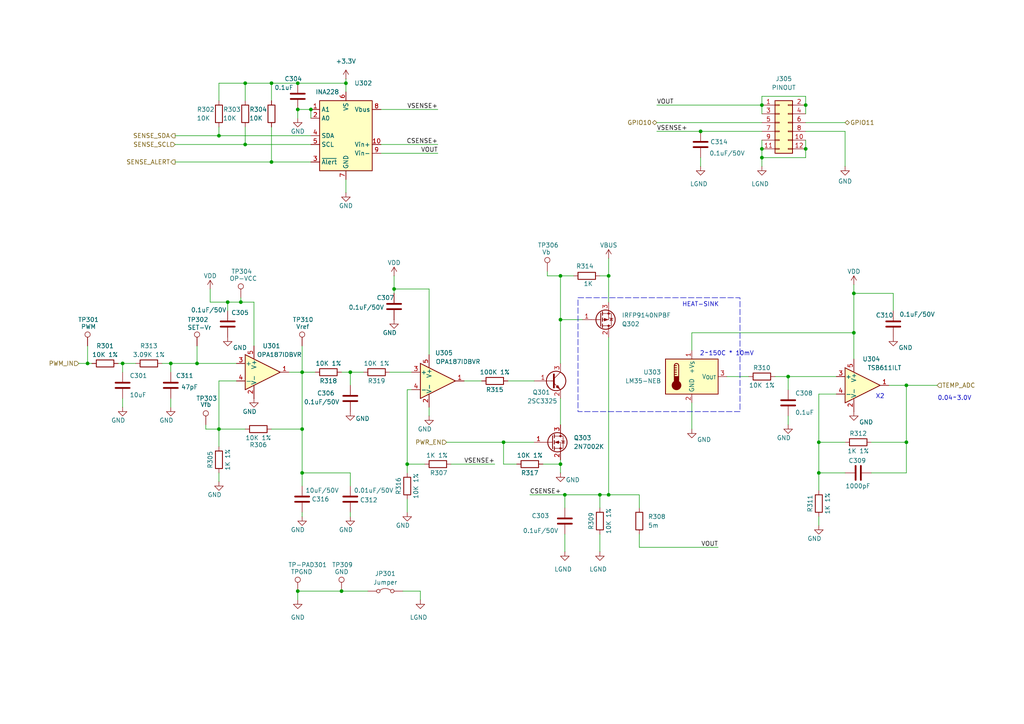
<source format=kicad_sch>
(kicad_sch (version 20250114) (generator "eeschema") (generator_version "9.0")
  (paper "A4")
  (title_block (title "DC POWER STATION 2") (date "2025-03-31") (rev "Rev1") (company "HNZ") (comment 1 "Licensed under CC-BY-SA V4.0") (comment 2 "(C) 2025 Hiroshi Nakajima <hnakamiru1103@gmail.com>"))
  (lib_symbols
    (symbol "Connector:TestPoint" (pin_numbers (hide yes)) (pin_names (offset 0.762) (hide yes))
      (property "Reference" "TP" (at 0 6.858 0))
      (property "Value" "TestPoint" (at 0 5.08 0))
      (symbol "TestPoint_1_1"
        (pin passive line (at 0 0 90) (length 2.54) (name "1") (number "1"))
      )
    )
    (symbol "Connector_Generic:Conn_02x06_Odd_Even" (pin_names (offset 1.016) (hide yes))
      (property "Reference" "J" (at 1.27 7.62 0))
      (property "Value" "Conn_02x06_Odd_Even" (at 1.27 -10.16 0))
      (symbol "Conn_02x06_Odd_Even_1_1"
        (pin passive line (at -5.08 5.08 0) (length 3.81) (name "Pin_1") (number "1"))
        (pin passive line (at -5.08 2.54 0) (length 3.81) (name "Pin_3") (number "3"))
        (pin passive line (at -5.08 0 0) (length 3.81) (name "Pin_5") (number "5"))
        (pin passive line (at -5.08 -2.54 0) (length 3.81) (name "Pin_7") (number "7"))
        (pin passive line (at -5.08 -5.08 0) (length 3.81) (name "Pin_9") (number "9"))
        (pin passive line (at -5.08 -7.62 0) (length 3.81) (name "Pin_11") (number "11"))
        (pin passive line (at 7.62 5.08 180) (length 3.81) (name "Pin_2") (number "2"))
        (pin passive line (at 7.62 2.54 180) (length 3.81) (name "Pin_4") (number "4"))
        (pin passive line (at 7.62 0 180) (length 3.81) (name "Pin_6") (number "6"))
        (pin passive line (at 7.62 -2.54 180) (length 3.81) (name "Pin_8") (number "8"))
        (pin passive line (at 7.62 -5.08 180) (length 3.81) (name "Pin_10") (number "10"))
        (pin passive line (at 7.62 -7.62 180) (length 3.81) (name "Pin_12") (number "12"))
      )
    )
    (symbol "Device:C" (pin_numbers (hide yes)) (pin_names (offset 0.254))
      (property "Reference" "C" (at 0.635 2.54 0))
      (property "Value" "C" (at 0.635 -2.54 0))
      (symbol "C_1_1"
        (pin passive line (at 0 3.81 270) (length 2.794) (name "~") (number "1"))
        (pin passive line (at 0 -3.81 90) (length 2.794) (name "~") (number "2"))
      )
    )
    (symbol "Device:R" (pin_numbers (hide yes)) (pin_names (offset 0))
      (property "Reference" "R" (at 2.032 0 90))
      (property "Value" "R" (at 0 0 90))
      (symbol "R_1_1"
        (pin passive line (at 0 3.81 270) (length 1.27) (name "~") (number "1"))
        (pin passive line (at 0 -3.81 90) (length 1.27) (name "~") (number "2"))
      )
    )
    (symbol "Jumper:Jumper_2_Bridged" (pin_numbers (hide yes)) (pin_names (offset 0) (hide yes)) (exclude_from_sim yes)
      (property "Reference" "JP" (at 0 1.905 0))
      (property "Value" "Jumper_2_Bridged" (at 0 -2.54 0))
      (symbol "Jumper_2_Bridged_1_1"
        (pin passive line (at -5.08 0 0) (length 2.54) (name "A") (number "1"))
        (pin passive line (at 5.08 0 180) (length 2.54) (name "B") (number "2"))
      )
    )
    (symbol "Sensor_Temperature:LM35-NEB"
      (property "Reference" "U" (at -6.35 6.35 0))
      (property "Value" "LM35-NEB" (at 1.27 6.35 0))
      (symbol "LM35-NEB_1_1"
        (pin power_in line (at 0 7.62 270) (length 2.54) (name "+V_{S}") (number "1"))
        (pin power_in line (at 0 -7.62 90) (length 2.54) (name "GND") (number "2"))
        (pin output line (at 10.16 0 180) (length 2.54) (name "V_{OUT}") (number "3"))
      )
    )
    (symbol "power:+3.3V" (power) (pin_numbers (hide yes)) (pin_names (offset 0) (hide yes))
      (property "Value" "+3.3V" (at 0 3.556 0))
      (symbol "+3.3V_1_1"
        (pin power_in line (at 0 0 90) (length 0) (name "~") (number "1"))
      )
    )
    (symbol "power:+5V" (power) (pin_numbers (hide yes)) (pin_names (offset 0) (hide yes))
      (property "Value" "+5V" (at 0 3.556 0))
      (symbol "+5V_1_1"
        (pin power_in line (at 0 0 90) (length 0) (name "~") (number "1"))
      )
    )
    (symbol "power:GND" (power) (pin_numbers (hide yes)) (pin_names (offset 0) (hide yes))
      (property "Value" "GND" (at 0 -3.81 0))
      (symbol "GND_1_1"
        (pin power_in line (at 0 0 270) (length 0) (name "~") (number "1"))
      )
    )
    (symbol "power:GNDA" (power) (pin_numbers (hide yes)) (pin_names (offset 0) (hide yes))
      (property "Value" "GNDA" (at 0 -3.81 0))
      (symbol "GNDA_1_1"
        (pin power_in line (at 0 0 270) (length 0) (name "~") (number "1"))
      )
    )
    (symbol "tbctl:10K" (pin_numbers (hide yes)) (pin_names (offset 0))
      (property "Reference" "R" (at 2.032 0 90))
      (property "Value" "10K" (at 0 0 90))
      (symbol "10K_1_1"
        (pin passive line (at 0 3.81 270) (length 1.27) (name "~") (number "1"))
        (pin passive line (at 0 -3.81 90) (length 1.27) (name "~") (number "2"))
      )
    )
    (symbol "tbctl:10m" (pin_numbers (hide yes)) (pin_names (offset 0))
      (property "Reference" "R" (at 2.032 0 90))
      (property "Value" "10m" (at 0 0 90))
      (symbol "10m_1_1"
        (pin passive line (at 0 3.81 270) (length 1.27) (name "~") (number "1"))
        (pin passive line (at 0 -3.81 90) (length 1.27) (name "~") (number "2"))
      )
    )
    (symbol "tbctl:2N7002K" (pin_names (hide yes))
      (property "Reference" "Q" (at 5.08 1.905 0))
      (property "Value" "2N7002K" (at 5.08 0 0))
      (symbol "2N7002K_1_1"
        (pin input line (at -5.08 0 0) (length 2.54) (name "G") (number "1"))
        (pin passive line (at 2.54 5.08 270) (length 2.54) (name "D") (number "3"))
        (pin passive line (at 2.54 -5.08 90) (length 2.54) (name "S") (number "2"))
      )
    )
    (symbol "tbctl:2SC3325" (pin_names (offset 0) (hide yes))
      (property "Reference" "Q" (at 5.08 1.905 0))
      (property "Value" "2SC3325" (at 5.08 0 0))
      (symbol "2SC3325_1_1"
        (pin input line (at -5.08 0 0) (length 5.08) (name "B") (number "1"))
        (pin passive line (at 2.54 5.08 270) (length 2.54) (name "C") (number "3"))
        (pin passive line (at 2.54 -5.08 90) (length 2.54) (name "E") (number "2"))
      )
    )
    (symbol "tbctl:INA228"
      (property "Reference" "U" (at -6.35 11.43 0))
      (property "Value" "INA228" (at 3.81 11.43 0))
      (symbol "INA228_1_1"
        (pin input line (at -10.16 7.62 0) (length 2.54) (name "Vbus") (number "8"))
        (pin input line (at -10.16 -2.54 0) (length 2.54) (name "Vin+") (number "10"))
        (pin input line (at -10.16 -5.08 0) (length 2.54) (name "Vin-") (number "9"))
        (pin power_in line (at 0 12.7 270) (length 2.54) (name "VS") (number "6"))
        (pin power_in line (at 0 -12.7 90) (length 2.54) (name "GND") (number "7"))
        (pin input line (at 10.16 7.62 180) (length 2.54) (name "A1") (number "1"))
        (pin input line (at 10.16 5.08 180) (length 2.54) (name "A0") (number "2"))
        (pin bidirectional line (at 10.16 0 180) (length 2.54) (name "SDA") (number "4"))
        (pin input line (at 10.16 -2.54 180) (length 2.54) (name "SCL") (number "5"))
        (pin open_collector line (at 10.16 -7.62 180) (length 2.54) (name "~{Alert}") (number "3"))
      )
    )
    (symbol "tbctl:IRFP94140NPBF" (pin_names (hide yes))
      (property "Reference" "Q" (at 5.08 1.905 0))
      (property "Value" "IRFP94140NPBF" (at 5.08 0 0))
      (symbol "IRFP94140NPBF_1_1"
        (pin input line (at -5.08 0 0) (length 2.54) (name "G") (number "1"))
        (pin passive line (at 2.54 5.08 270) (length 2.54) (name "D") (number "2"))
        (pin passive line (at 2.54 -5.08 90) (length 2.54) (name "S") (number "3"))
      )
    )
    (symbol "tbctl:MCP6001x-LT" (pin_names (offset 0.127))
      (property "Reference" "U" (at -1.27 6.35 0))
      (property "Value" "MCP6001x-LT" (at -1.27 3.81 0))
      (symbol "MCP6001x-LT_0_1"
        (pin power_in line (at -2.54 7.62 270) (length 3.81) (name "V+") (number "5"))
        (pin power_in line (at -2.54 -7.62 90) (length 3.81) (name "V-") (number "2"))
      )
      (symbol "MCP6001x-LT_1_1"
        (pin input line (at -7.62 2.54 0) (length 2.54) (name "+") (number "3"))
        (pin input line (at -7.62 -2.54 0) (length 2.54) (name "-") (number "4"))
        (pin output line (at 7.62 0 180) (length 2.54) (name "~") (number "1"))
      )
    )
    (symbol "tbctl:TSB611" (pin_names (offset 0.127))
      (property "Reference" "U" (at -1.27 6.35 0))
      (property "Value" "TSB611" (at -1.27 3.81 0))
      (symbol "TSB611_0_1"
        (pin power_in line (at -2.54 7.62 270) (length 3.81) (name "V+") (number "5"))
        (pin power_in line (at -2.54 -7.62 90) (length 3.81) (name "V-") (number "2"))
      )
      (symbol "TSB611_1_1"
        (pin input line (at -7.62 2.54 0) (length 2.54) (name "+") (number "3"))
        (pin input line (at -7.62 -2.54 0) (length 2.54) (name "-") (number "4"))
        (pin output line (at 7.62 0 180) (length 2.54) (name "~") (number "1"))
      )
    )
  )
  (rectangle (start 167.64 86.36) (end 214.63 119.38) (stroke (width 0) (type dash)))
  (text "HEAT-SINK" (at 203.2 88.392 0) (effects (font (size 1.27 1.27))))
  (text "X2" (at 255.27 115.062 0) (effects (font (size 1.27 1.27))))
  (text "2～150C * 10mV" (at 210.82 102.616 0) (effects (font (size 1.27 1.27))))
  (text "0.04～3.0V" (at 276.86 115.57 0) (effects (font (size 1.27 1.27))))
  (junction (at 35.56 105.41))
  (junction (at 162.56 134.62))
  (junction (at 100.33 24.13))
  (junction (at 78.74 24.13))
  (junction (at 247.65 96.52))
  (junction (at 71.12 24.13))
  (junction (at 78.74 46.99))
  (junction (at 162.56 80.01))
  (junction (at 118.11 134.62))
  (junction (at 90.17 31.75))
  (junction (at 99.06 171.45))
  (junction (at 146.05 128.27))
  (junction (at 233.68 30.48))
  (junction (at 87.63 137.16))
  (junction (at 262.89 111.76))
  (junction (at 57.15 105.41))
  (junction (at 63.5 124.46))
  (junction (at 63.5 39.37))
  (junction (at 86.36 31.75))
  (junction (at 233.68 43.18))
  (junction (at 173.99 143.51))
  (junction (at 114.3 83.82))
  (junction (at 86.36 24.13))
  (junction (at 203.2 38.1))
  (junction (at 163.83 143.51))
  (junction (at 25.4 105.41))
  (junction (at 237.49 137.16))
  (junction (at 87.63 124.46))
  (junction (at 49.53 105.41))
  (junction (at 228.6 109.22))
  (junction (at 162.56 92.71))
  (junction (at 69.85 87.63))
  (junction (at 87.63 107.95))
  (junction (at 262.89 128.27))
  (junction (at 220.98 43.18))
  (junction (at 66.04 87.63))
  (junction (at 71.12 41.91))
  (junction (at 86.36 171.45))
  (junction (at 247.65 85.09))
  (junction (at 237.49 128.27))
  (junction (at 220.98 45.72))
  (junction (at 220.98 30.48))
  (junction (at 176.53 143.51))
  (junction (at 101.6 107.95))
  (junction (at 176.53 80.01))
  (wire (pts (xy 220.98 45.72) (xy 233.68 45.72)))
  (wire (pts (xy 158.75 78.74) (xy 158.75 80.01)))
  (wire (pts (xy 162.56 80.01) (xy 162.56 92.71)))
  (wire (pts (xy 262.89 111.76) (xy 257.81 111.76)))
  (wire (pts (xy 158.75 80.01) (xy 162.56 80.01)))
  (wire (pts (xy 86.36 171.45) (xy 86.36 173.99)))
  (wire (pts (xy 59.69 124.46) (xy 59.69 123.19)))
  (wire (pts (xy 262.89 111.76) (xy 271.78 111.76)))
  (wire (pts (xy 203.2 38.1) (xy 220.98 38.1)))
  (wire (pts (xy 101.6 149.86) (xy 101.6 148.59)))
  (wire (pts (xy 247.65 85.09) (xy 247.65 96.52)))
  (wire (pts (xy 162.56 92.71) (xy 168.91 92.71)))
  (wire (pts (xy 110.49 44.45) (xy 127 44.45)))
  (wire (pts (xy 83.82 107.95) (xy 87.63 107.95)))
  (wire (pts (xy 63.5 110.49) (xy 63.5 124.46)))
  (wire (pts (xy 57.15 105.41) (xy 68.58 105.41)))
  (wire (pts (xy 134.62 110.49) (xy 139.7 110.49)))
  (wire (pts (xy 124.46 83.82) (xy 124.46 102.87)))
  (wire (pts (xy 90.17 46.99) (xy 78.74 46.99)))
  (wire (pts (xy 220.98 40.64) (xy 220.98 43.18)))
  (wire (pts (xy 73.66 87.63) (xy 73.66 100.33)))
  (wire (pts (xy 69.85 87.63) (xy 66.04 87.63)))
  (wire (pts (xy 228.6 120.65) (xy 228.6 123.19)))
  (wire (pts (xy 149.86 134.62) (xy 146.05 134.62)))
  (wire (pts (xy 87.63 100.33) (xy 87.63 107.95)))
  (wire (pts (xy 118.11 137.16) (xy 118.11 134.62)))
  (wire (pts (xy 100.33 24.13) (xy 86.36 24.13)))
  (wire (pts (xy 176.53 143.51) (xy 185.42 143.51)))
  (wire (pts (xy 34.29 105.41) (xy 35.56 105.41)))
  (wire (pts (xy 173.99 154.94) (xy 173.99 160.02)))
  (wire (pts (xy 114.3 85.09) (xy 114.3 83.82)))
  (wire (pts (xy 114.3 83.82) (xy 124.46 83.82)))
  (wire (pts (xy 22.86 105.41) (xy 25.4 105.41)))
  (wire (pts (xy 90.17 31.75) (xy 90.17 34.29)))
  (wire (pts (xy 220.98 48.26) (xy 220.98 45.72)))
  (wire (pts (xy 262.89 128.27) (xy 262.89 137.16)))
  (wire (pts (xy 190.5 38.1) (xy 203.2 38.1)))
  (wire (pts (xy 59.69 124.46) (xy 63.5 124.46)))
  (wire (pts (xy 118.11 113.03) (xy 119.38 113.03)))
  (wire (pts (xy 78.74 36.83) (xy 78.74 46.99)))
  (wire (pts (xy 162.56 80.01) (xy 166.37 80.01)))
  (wire (pts (xy 60.96 83.82) (xy 60.96 87.63)))
  (wire (pts (xy 124.46 118.11) (xy 124.46 120.65)))
  (wire (pts (xy 163.83 160.02) (xy 163.83 154.94)))
  (wire (pts (xy 262.89 128.27) (xy 262.89 111.76)))
  (wire (pts (xy 176.53 80.01) (xy 176.53 87.63)))
  (wire (pts (xy 129.54 128.27) (xy 146.05 128.27)))
  (wire (pts (xy 210.82 109.22) (xy 217.17 109.22)))
  (wire (pts (xy 71.12 36.83) (xy 71.12 41.91)))
  (wire (pts (xy 113.03 107.95) (xy 119.38 107.95)))
  (wire (pts (xy 46.99 105.41) (xy 49.53 105.41)))
  (wire (pts (xy 63.5 110.49) (xy 68.58 110.49)))
  (wire (pts (xy 63.5 124.46) (xy 63.5 129.54)))
  (wire (pts (xy 237.49 137.16) (xy 237.49 142.24)))
  (wire (pts (xy 173.99 80.01) (xy 176.53 80.01)))
  (wire (pts (xy 100.33 52.07) (xy 100.33 55.88)))
  (wire (pts (xy 116.84 171.45) (xy 121.92 171.45)))
  (wire (pts (xy 110.49 41.91) (xy 127 41.91)))
  (wire (pts (xy 252.73 128.27) (xy 262.89 128.27)))
  (wire (pts (xy 252.73 137.16) (xy 262.89 137.16)))
  (wire (pts (xy 99.06 171.45) (xy 106.68 171.45)))
  (wire (pts (xy 162.56 115.57) (xy 162.56 123.19)))
  (wire (pts (xy 118.11 134.62) (xy 123.19 134.62)))
  (wire (pts (xy 35.56 105.41) (xy 39.37 105.41)))
  (wire (pts (xy 25.4 100.33) (xy 25.4 105.41)))
  (wire (pts (xy 233.68 43.18) (xy 233.68 45.72)))
  (wire (pts (xy 71.12 41.91) (xy 50.8 41.91)))
  (wire (pts (xy 49.53 105.41) (xy 57.15 105.41)))
  (wire (pts (xy 203.2 48.26) (xy 203.2 45.72)))
  (wire (pts (xy 247.65 96.52) (xy 247.65 104.14)))
  (wire (pts (xy 86.36 171.45) (xy 99.06 171.45)))
  (wire (pts (xy 237.49 128.27) (xy 245.11 128.27)))
  (wire (pts (xy 87.63 124.46) (xy 87.63 107.95)))
  (wire (pts (xy 71.12 24.13) (xy 63.5 24.13)))
  (wire (pts (xy 228.6 109.22) (xy 242.57 109.22)))
  (wire (pts (xy 185.42 143.51) (xy 185.42 147.32)))
  (wire (pts (xy 69.85 87.63) (xy 69.85 86.36)))
  (wire (pts (xy 237.49 137.16) (xy 245.11 137.16)))
  (wire (pts (xy 247.65 82.55) (xy 247.65 85.09)))
  (wire (pts (xy 49.53 115.57) (xy 49.53 118.11)))
  (wire (pts (xy 101.6 140.97) (xy 101.6 137.16)))
  (wire (pts (xy 233.68 30.48) (xy 233.68 33.02)))
  (wire (pts (xy 176.53 143.51) (xy 173.99 143.51)))
  (wire (pts (xy 147.32 110.49) (xy 154.94 110.49)))
  (wire (pts (xy 220.98 43.18) (xy 220.98 45.72)))
  (wire (pts (xy 200.66 101.6) (xy 200.66 96.52)))
  (wire (pts (xy 176.53 74.93) (xy 176.53 80.01)))
  (wire (pts (xy 233.68 30.48) (xy 233.68 27.94)))
  (wire (pts (xy 114.3 80.01) (xy 114.3 83.82)))
  (wire (pts (xy 49.53 105.41) (xy 49.53 107.95)))
  (wire (pts (xy 100.33 24.13) (xy 100.33 26.67)))
  (wire (pts (xy 63.5 124.46) (xy 71.12 124.46)))
  (wire (pts (xy 153.67 143.51) (xy 163.83 143.51)))
  (wire (pts (xy 110.49 31.75) (xy 127 31.75)))
  (wire (pts (xy 78.74 24.13) (xy 71.12 24.13)))
  (wire (pts (xy 224.79 109.22) (xy 228.6 109.22)))
  (wire (pts (xy 63.5 36.83) (xy 63.5 39.37)))
  (wire (pts (xy 90.17 31.75) (xy 86.36 31.75)))
  (wire (pts (xy 190.5 30.48) (xy 220.98 30.48)))
  (wire (pts (xy 146.05 128.27) (xy 154.94 128.27)))
  (wire (pts (xy 233.68 27.94) (xy 220.98 27.94)))
  (wire (pts (xy 176.53 97.79) (xy 176.53 143.51)))
  (wire (pts (xy 73.66 87.63) (xy 69.85 87.63)))
  (wire (pts (xy 157.48 134.62) (xy 162.56 134.62)))
  (wire (pts (xy 87.63 124.46) (xy 87.63 137.16)))
  (wire (pts (xy 63.5 39.37) (xy 50.8 39.37)))
  (wire (pts (xy 66.04 87.63) (xy 66.04 90.17)))
  (wire (pts (xy 247.65 85.09) (xy 259.08 85.09)))
  (wire (pts (xy 100.33 22.86) (xy 100.33 24.13)))
  (wire (pts (xy 90.17 41.91) (xy 71.12 41.91)))
  (wire (pts (xy 99.06 107.95) (xy 101.6 107.95)))
  (wire (pts (xy 78.74 124.46) (xy 87.63 124.46)))
  (wire (pts (xy 35.56 105.41) (xy 35.56 107.95)))
  (wire (pts (xy 146.05 134.62) (xy 146.05 128.27)))
  (wire (pts (xy 242.57 114.3) (xy 237.49 114.3)))
  (wire (pts (xy 237.49 114.3) (xy 237.49 128.27)))
  (wire (pts (xy 87.63 149.86) (xy 87.63 148.59)))
  (wire (pts (xy 63.5 137.16) (xy 63.5 139.7)))
  (wire (pts (xy 233.68 35.56) (xy 245.11 35.56)))
  (wire (pts (xy 71.12 29.21) (xy 71.12 24.13)))
  (wire (pts (xy 87.63 107.95) (xy 91.44 107.95)))
  (wire (pts (xy 78.74 24.13) (xy 78.74 29.21)))
  (wire (pts (xy 163.83 143.51) (xy 173.99 143.51)))
  (wire (pts (xy 87.63 137.16) (xy 101.6 137.16)))
  (wire (pts (xy 237.49 149.86) (xy 237.49 152.4)))
  (wire (pts (xy 118.11 113.03) (xy 118.11 134.62)))
  (wire (pts (xy 259.08 90.17) (xy 259.08 85.09)))
  (wire (pts (xy 245.11 48.26) (xy 245.11 38.1)))
  (wire (pts (xy 200.66 96.52) (xy 247.65 96.52)))
  (wire (pts (xy 86.36 31.75) (xy 86.36 34.29)))
  (wire (pts (xy 25.4 105.41) (xy 26.67 105.41)))
  (wire (pts (xy 162.56 134.62) (xy 162.56 137.16)))
  (wire (pts (xy 220.98 30.48) (xy 220.98 33.02)))
  (wire (pts (xy 60.96 87.63) (xy 66.04 87.63)))
  (wire (pts (xy 185.42 154.94) (xy 185.42 158.75)))
  (wire (pts (xy 237.49 128.27) (xy 237.49 137.16)))
  (wire (pts (xy 190.5 35.56) (xy 220.98 35.56)))
  (wire (pts (xy 245.11 38.1) (xy 233.68 38.1)))
  (wire (pts (xy 57.15 100.33) (xy 57.15 105.41)))
  (wire (pts (xy 130.81 134.62) (xy 143.51 134.62)))
  (wire (pts (xy 200.66 124.46) (xy 200.66 116.84)))
  (wire (pts (xy 220.98 27.94) (xy 220.98 30.48)))
  (wire (pts (xy 163.83 143.51) (xy 163.83 147.32)))
  (wire (pts (xy 233.68 40.64) (xy 233.68 43.18)))
  (wire (pts (xy 162.56 133.35) (xy 162.56 134.62)))
  (wire (pts (xy 90.17 39.37) (xy 63.5 39.37)))
  (wire (pts (xy 228.6 109.22) (xy 228.6 113.03)))
  (wire (pts (xy 63.5 29.21) (xy 63.5 24.13)))
  (wire (pts (xy 101.6 107.95) (xy 105.41 107.95)))
  (wire (pts (xy 78.74 46.99) (xy 50.8 46.99)))
  (wire (pts (xy 35.56 115.57) (xy 35.56 118.11)))
  (wire (pts (xy 87.63 140.97) (xy 87.63 137.16)))
  (wire (pts (xy 121.92 171.45) (xy 121.92 173.99)))
  (wire (pts (xy 101.6 107.95) (xy 101.6 111.76)))
  (wire (pts (xy 86.36 24.13) (xy 78.74 24.13)))
  (wire (pts (xy 173.99 147.32) (xy 173.99 143.51)))
  (wire (pts (xy 162.56 92.71) (xy 162.56 105.41)))
  (wire (pts (xy 118.11 148.59) (xy 118.11 144.78)))
  (wire (pts (xy 185.42 158.75) (xy 208.28 158.75)))
  (label "CSENSE+" (at 153.67 143.51 0))
  (label "CSENSE+" (at 127 41.91 180))
  (label "VOUT" (at 190.5 30.48 0))
  (label "VSENSE+" (at 143.51 134.62 180))
  (label "VOUT" (at 208.28 158.75 180))
  (label "VSENSE+" (at 190.5 38.1 0))
  (label "VSENSE+" (at 127 31.75 180))
  (label "VOUT" (at 127 44.45 180))
  (hierarchical_label "GPIO11" (shape bidirectional) (at 245.11 35.56 0))
  (hierarchical_label "PWM_IN" (shape input) (at 22.86 105.41 180))
  (hierarchical_label "GPIO10" (shape bidirectional) (at 190.5 35.56 180))
  (hierarchical_label "SENSE_SDA" (shape output) (at 50.8 39.37 180))
  (hierarchical_label "SENSE_SCL" (shape input) (at 50.8 41.91 180))
  (hierarchical_label "SENSE_ALERT" (shape output) (at 50.8 46.99 180))
  (hierarchical_label "PWR_EN" (shape input) (at 129.54 128.27 180))
  (hierarchical_label "TEMP_ADC" (shape input) (at 271.78 111.76 0))
  (symbol (lib_id "tbctl:10K") (at 63.5 133.35 180) (unit 1)
    (property "Reference" "R305" (at 60.96 133.35 90))
    (property "Value" "1K 1%" (at 66.04 133.35 90))
    (property "Footprint" "Resistor_SMD:R_0603_1608Metric" (effects (hide yes)))
    (property "Description" "Resistor_SMD:R_0805_2012Metric" (effects (hide yes)))
    (property "digikey" "YAG2323CT-ND" (effects (hide yes)))
    (property "distributor" "https://www.digikey.com/en/products/detail/yageo/RC0603FR-0720KL/727040" (effects (hide yes)))
  )
  (symbol (lib_id "Connector:TestPoint") (at 87.63 100.33 0) (unit 1)
    (property "Reference" "TP310" (at 84.836 92.71 0) (effects (justify left)))
    (property "Value" "Vref" (at 85.852 94.742 0) (effects (justify left)))
    (property "Footprint" "TestPoint:TestPoint_Pad_D1.0mm" (effects (hide yes)))
    (property "Description" "test point" (effects (hide yes)))
    (property "digikey" "-" (effects (hide yes)))
  )
  (symbol (lib_id "Connector:TestPoint") (at 99.06 171.45 0) (unit 1)
    (property "Reference" "TP309" (at 96.266 163.83 0) (effects (justify left)))
    (property "Value" "GND" (at 97.028 165.862 0) (effects (justify left)))
    (property "Footprint" "TestPoint:TestPoint_Pad_D1.0mm" (effects (hide yes)))
    (property "Description" "test point" (effects (hide yes)))
    (property "digikey" "-" (effects (hide yes)))
  )
  (symbol (lib_id "power:GND") (at 114.3 92.71 0) (unit 1)
    (property "Reference" "#PWR0322" (effects (hide yes)))
    (property "Value" "GND" (at 113.03 96.52 0))
    (property "Description" "Power symbol creates a global label with name \"GND\" , ground" (effects (hide yes)))
  )
  (symbol (lib_id "power:GND") (at 73.66 115.57 0) (unit 1)
    (property "Reference" "#PWR0307" (effects (hide yes)))
    (property "Value" "GND" (at 72.39 119.38 0))
    (property "Description" "Power symbol creates a global label with name \"GND\" , ground" (effects (hide yes)))
  )
  (symbol (lib_id "tbctl:10K") (at 43.18 105.41 270) (unit 1)
    (property "Reference" "R313" (at 43.18 100.33 90))
    (property "Value" "3.09K 1%" (at 43.18 102.87 90))
    (property "Footprint" "Resistor_SMD:R_0603_1608Metric" (effects (hide yes)))
    (property "Description" "Resistor_SMD:R_0805_2012Metric" (effects (hide yes)))
    (property "digikey" "311-3.09KHRCT-ND" (effects (hide yes)))
    (property "distributor" "https://www.digikey.com/en/products/detail/yageo/RC0603FR-073K09L/727123" (effects (hide yes)))
  )
  (symbol (lib_id "power:GND") (at 247.65 119.38 0) (unit 1)
    (property "Reference" "#PWR0318" (effects (hide yes)))
    (property "Value" "GND" (at 251.206 122.428 0))
    (property "Description" "Power symbol creates a global label with name \"GND\" , ground" (effects (hide yes)))
  )
  (symbol (lib_id "Connector_Generic:Conn_02x06_Odd_Even") (at 226.06 35.56 0) (unit 1)
    (property "Reference" "J305" (at 227.33 22.86 0))
    (property "Value" "PINOUT" (at 227.33 25.4 0))
    (property "Footprint" "Connector_PinHeader_2.54mm:PinHeader_2x06_P2.54mm_Vertical" (effects (hide yes)))
    (property "Description" "Generic connector, double row, 02x06, odd/even pin numbering scheme (row 1 odd numbers, row 2 even numbers), script generated (kicad-library-utils/schlib/autogen/connector/)" (effects (hide yes)))
    (property "distributor" "https://www.digikey.com/en/products/detail/sullins-connector-solutions/PPPC062LJBN-RC/776017" (effects (hide yes)))
    (property "digikey" "PPPC062LJBN-RC" (effects (hide yes)))
  )
  (symbol (lib_id "power:GND") (at 49.53 118.11 0) (unit 1)
    (property "Reference" "#PWR0323" (effects (hide yes)))
    (property "Value" "GND" (at 48.26 121.92 0))
    (property "Description" "Power symbol creates a global label with name \"GND\" , ground" (effects (hide yes)))
  )
  (symbol (lib_id "tbctl:10K") (at 220.98 109.22 90) (unit 1)
    (property "Reference" "R310" (at 220.98 106.68 90))
    (property "Value" "10K 1%" (at 220.98 111.76 90))
    (property "Footprint" "Resistor_SMD:R_0603_1608Metric" (effects (hide yes)))
    (property "Description" "Resistor_SMD:R_0805_2012Metric" (effects (hide yes)))
    (property "digikey" "311-10.0KHRCT-ND" (effects (hide yes)))
    (property "distributor" "https://www.digikey.jp/en/products/detail/yageo/RC0603FR-0710KL/726880" (effects (hide yes)))
  )
  (symbol (lib_id "Connector:TestPoint") (at 59.69 123.19 0) (unit 1)
    (property "Reference" "TP303" (at 56.896 115.57 0) (effects (justify left)))
    (property "Value" "Vfb" (at 59.69 117.348 0))
    (property "Footprint" "TestPoint:TestPoint_Pad_D1.0mm" (effects (hide yes)))
    (property "Description" "test point" (effects (hide yes)))
    (property "digikey" "-" (effects (hide yes)))
  )
  (symbol (lib_id "power:GNDA") (at 163.83 160.02 0) (unit 1)
    (property "Reference" "#PWR0314" (effects (hide yes)))
    (property "Value" "LGND" (at 163.322 165.1 0))
    (property "Description" "Power symbol creates a global label with name \"GNDA\" , analog ground" (effects (hide yes)))
  )
  (symbol (lib_id "tbctl:2N7002K") (at 160.02 128.27 0) (unit 1)
    (property "Reference" "Q303" (at 166.37 126.9999 0) (effects (justify left)))
    (property "Value" "2N7002K" (at 166.37 129.5399 0) (effects (justify left)))
    (property "Footprint" "Package_TO_SOT_SMD:SOT-23" (effects (hide yes)))
    (property "Datasheet" "https://www.diodes.com/assets/Datasheets/ds30896.pdf" (effects (hide yes)))
    (property "Description" "0.38A Id, 60V Vds, N-Channel MOSFET, SOT-23" (effects (hide yes)))
    (property "digikey" "2N7002KCT-ND" (effects (hide yes)))
  )
  (symbol (lib_id "power:GND") (at 101.6 149.86 0) (unit 1)
    (property "Reference" "#PWR0327" (effects (hide yes)))
    (property "Value" "GND" (at 100.33 153.67 0))
    (property "Description" "Power symbol creates a global label with name \"GND\" , ground" (effects (hide yes)))
  )
  (symbol (lib_id "Device:C") (at 248.92 137.16 90) (unit 1)
    (property "Reference" "C309" (at 251.206 133.604 90) (effects (justify left)))
    (property "Value" "1000pF" (at 252.476 140.97 90) (effects (justify left)))
    (property "Footprint" "Capacitor_SMD:C_0603_1608Metric" (effects (hide yes)))
    (property "Description" "Unpolarized capacitor" (effects (hide yes)))
    (property "digikey" "311-1080-1-ND" (effects (hide yes)))
    (property "distributor" "https://www.digikey.com/en/products/detail/yageo/CC0603KRX7R9BB102/302814" (effects (hide yes)))
  )
  (symbol (lib_id "Connector:TestPoint") (at 25.4 100.33 0) (unit 1)
    (property "Reference" "TP301" (at 22.606 92.71 0) (effects (justify left)))
    (property "Value" "PWM" (at 25.654 94.742 0))
    (property "Footprint" "TestPoint:TestPoint_Pad_D1.0mm" (effects (hide yes)))
    (property "Description" "test point" (effects (hide yes)))
    (property "digikey" "-" (effects (hide yes)))
  )
  (symbol (lib_id "power:GND") (at 35.56 118.11 0) (unit 1)
    (property "Reference" "#PWR0301" (effects (hide yes)))
    (property "Value" "GND" (at 34.29 121.92 0))
    (property "Description" "Power symbol creates a global label with name \"GND\" , ground" (effects (hide yes)))
  )
  (symbol (lib_id "tbctl:10K") (at 74.93 124.46 90) (unit 1)
    (property "Reference" "R306" (at 74.93 129.032 90))
    (property "Value" "10K 1%" (at 74.93 127 90))
    (property "Footprint" "Resistor_SMD:R_0603_1608Metric" (effects (hide yes)))
    (property "Description" "Resistor_SMD:R_0805_2012Metric" (effects (hide yes)))
    (property "digikey" "311-10.0KHRCT-ND" (effects (hide yes)))
    (property "distributor" "https://www.digikey.com/en/products/detail/yageo/RC0603FR-07200KL/727044" (effects (hide yes)))
  )
  (symbol (lib_id "tbctl:10K") (at 248.92 128.27 90) (unit 1)
    (property "Reference" "R312" (at 248.92 125.73 90))
    (property "Value" "1K 1%" (at 248.92 130.81 90))
    (property "Footprint" "Resistor_SMD:R_0603_1608Metric" (effects (hide yes)))
    (property "Description" "Resistor_SMD:R_0805_2012Metric" (effects (hide yes)))
    (property "digikey" "YAG2323CT-ND" (effects (hide yes)))
    (property "distributor" "https://www.digikey.jp/en/products/detail/yageo/RC0603FR-071KL/726843" (effects (hide yes)))
  )
  (symbol (lib_id "tbctl:10m") (at 185.42 151.13 0) (mirror y) (unit 1)
    (property "Reference" "R308" (at 187.96 149.8599 0) (effects (justify right)))
    (property "Value" "5m" (at 187.96 152.3999 0) (effects (justify right)))
    (property "Footprint" "Resistor_SMD:R_2512_6332Metric_Pad1.40x3.35mm_HandSolder" (effects (hide yes)))
    (property "Description" "Resistor 10mOhm" (effects (hide yes)))
    (property "distributor" "https://www.digikey.com/en/products/detail/resi/PEWF2512D5L00Q9/24372530" (effects (hide yes)))
    (property "digikey" "4506-PEWF2512D5L00Q9CT-ND " (effects (hide yes)))
  )
  (symbol (lib_id "Device:C") (at 259.08 93.98 0) (unit 1)
    (property "Reference" "C310" (at 254 91.44 0) (effects (justify left)))
    (property "Value" "0.1uF/50V" (at 260.858 91.186 0) (effects (justify left)))
    (property "Footprint" "Capacitor_SMD:C_0603_1608Metric" (effects (hide yes)))
    (property "Description" "Unpolarized capacitor" (effects (hide yes)))
    (property "digikey" "311-1343-1-ND" (effects (hide yes)))
    (property "distributor" "https://www.digikey.com/en/products/detail/yageo/CC0603ZRY5V9BB104/2103081" (effects (hide yes)))
  )
  (symbol (lib_id "power:GND") (at 124.46 120.65 0) (unit 1)
    (property "Reference" "#PWR0317" (effects (hide yes)))
    (property "Value" "GND" (at 123.19 124.46 0))
    (property "Description" "Power symbol creates a global label with name \"GND\" , ground" (effects (hide yes)))
  )
  (symbol (lib_id "power:+5V") (at 60.96 83.82 0) (unit 1)
    (property "Reference" "#PWR0321" (effects (hide yes)))
    (property "Value" "VDD" (at 60.96 80.01 0))
    (property "Description" "Power symbol creates a global label with name \"+5V\"" (effects (hide yes)))
  )
  (symbol (lib_id "power:GND") (at 162.56 137.16 0) (unit 1)
    (property "Reference" "#PWR0330" (effects (hide yes)))
    (property "Value" "GND" (at 166.116 139.192 0))
    (property "Description" "Power symbol creates a global label with name \"GND\" , ground" (effects (hide yes)))
  )
  (symbol (lib_id "power:GND") (at 87.63 149.86 0) (unit 1)
    (property "Reference" "#PWR0328" (effects (hide yes)))
    (property "Value" "GND" (at 86.36 153.67 0))
    (property "Description" "Power symbol creates a global label with name \"GND\" , ground" (effects (hide yes)))
  )
  (symbol (lib_id "power:GND") (at 237.49 152.4 0) (unit 1)
    (property "Reference" "#PWR0316" (effects (hide yes)))
    (property "Value" "GND" (at 236.22 156.21 0))
    (property "Description" "Power symbol creates a global label with name \"GND\" , ground" (effects (hide yes)))
  )
  (symbol (lib_id "power:GNDA") (at 220.98 48.26 0) (unit 1)
    (property "Reference" "#PWR0329" (effects (hide yes)))
    (property "Value" "LGND" (at 220.472 53.34 0))
    (property "Description" "Power symbol creates a global label with name \"GNDA\" , analog ground" (effects (hide yes)))
  )
  (symbol (lib_id "Connector:TestPoint") (at 69.85 86.36 0) (unit 1)
    (property "Reference" "TP304" (at 67.056 78.74 0) (effects (justify left)))
    (property "Value" "OP-VCC" (at 66.548 80.772 0) (effects (justify left)))
    (property "Footprint" "TestPoint:TestPoint_Pad_D1.0mm" (effects (hide yes)))
    (property "Description" "test point" (effects (hide yes)))
    (property "digikey" "-" (effects (hide yes)))
  )
  (symbol (lib_id "Device:C") (at 101.6 144.78 0) (unit 1)
    (property "Reference" "C312" (at 104.394 145.034 0) (effects (justify left)))
    (property "Value" "0.01uF/50V" (at 102.616 142.24 0) (effects (justify left)))
    (property "Footprint" "Capacitor_SMD:C_0603_1608Metric" (effects (hide yes)))
    (property "Description" "Unpolarized capacitor" (effects (hide yes)))
    (property "digikey" "311-1085-1-ND" (effects (hide yes)))
    (property "distributor" "https://www.digikey.com/en/products/detail/yageo/CC0603ZRY5V9BB104/2103081" (effects (hide yes)))
  )
  (symbol (lib_id "Device:R") (at 63.5 33.02 0) (mirror y) (unit 1)
    (property "Reference" "R302" (at 62.23 31.75 0) (effects (justify left)))
    (property "Value" "10K" (at 60.96 34.29 0) (effects (justify left)))
    (property "Footprint" "Resistor_SMD:R_0603_1608Metric" (effects (hide yes)))
    (property "Description" "Resistor" (effects (hide yes)))
    (property "distributor" "https://www.digikey.com/en/products/detail/yageo/RC0603JR-1010KL/13694233" (effects (hide yes)))
    (property "digikey" "13-RC0603JR-1010KLCT-ND" (effects (hide yes)))
  )
  (symbol (lib_id "power:GND") (at 63.5 139.7 0) (unit 1)
    (property "Reference" "#PWR0305" (effects (hide yes)))
    (property "Value" "GND" (at 62.23 143.51 0))
    (property "Description" "Power symbol creates a global label with name \"GND\" , ground" (effects (hide yes)))
  )
  (symbol (lib_id "tbctl:INA228") (at 100.33 39.37 0) (mirror y) (unit 1)
    (property "Reference" "U302" (at 107.95 24.13 0) (effects (justify left)))
    (property "Value" "INA228" (at 98.3741 26.67 0) (effects (justify left)))
    (property "Footprint" "Package_SO:VSSOP-10_3x3mm_P0.5mm" (effects (hide yes)))
    (property "Datasheet" "http://www.ti.com/lit/ds/symlink/ina226.pdf" (effects (hide yes)))
    (property "Description" "High-Side or Low-Side Measurement, Bi-Directional Current and Power Monitor (0-85V) with I2C Compatible Interface, VSSOP-10" (effects (hide yes)))
    (property "distributor" "https://www.digikey.com/en/products/detail/texas-instruments/INA228AIDGSR/13691042" (effects (hide yes)))
    (property "digikey" "296-INA228AIDGSRCT-ND" (effects (hide yes)))
  )
  (symbol (lib_id "Sensor_Temperature:LM35-NEB") (at 200.66 109.22 0) (unit 1)
    (property "Reference" "U303" (at 191.77 107.9499 0) (effects (justify right)))
    (property "Value" "LM35-NEB" (at 191.77 110.4899 0) (effects (justify right)))
    (property "Footprint" "Package_TO_SOT_THT:TO-220-3_Horizontal_TabDown" (effects (hide yes)))
    (property "Datasheet" "http://www.ti.com/lit/ds/symlink/lm35.pdf" (effects (hide yes)))
    (property "Description" "Precision centigrade temperature sensor, TO-220" (effects (hide yes)))
    (property "digikey" "LM35DT/NOPB-ND" (effects (hide yes)))
    (property "distributor" "https://www.digikey.jp/en/products/detail/texas-instruments/LM35DT-NOPB/362706" (effects (hide yes)))
  )
  (symbol (lib_id "tbctl:10K") (at 95.25 107.95 270) (unit 1)
    (property "Reference" "R318" (at 95.25 110.49 90))
    (property "Value" "10K 1%" (at 95.25 105.41 90))
    (property "Footprint" "Resistor_SMD:R_0603_1608Metric" (effects (hide yes)))
    (property "Description" "Resistor_SMD:R_0805_2012Metric" (effects (hide yes)))
    (property "digikey" "311-10.0KHRCT-ND" (effects (hide yes)))
    (property "distributor" "https://www.digikey.jp/en/products/detail/yageo/RC0603FR-0710KL/726880" (effects (hide yes)))
  )
  (symbol (lib_id "Device:C") (at 228.6 116.84 0) (unit 1)
    (property "Reference" "C308" (at 230.632 114.046 0) (effects (justify left)))
    (property "Value" "0.1uF" (at 230.632 119.634 0) (effects (justify left)))
    (property "Footprint" "Capacitor_SMD:C_0603_1608Metric" (effects (hide yes)))
    (property "Description" "Unpolarized capacitor" (effects (hide yes)))
    (property "digikey" "311-1343-1-ND" (effects (hide yes)))
    (property "distributor" "https://www.digikey.com/en/products/detail/yageo/CC0603ZRY5V9BB104/2103081" (effects (hide yes)))
  )
  (symbol (lib_id "power:+3.3V") (at 100.33 22.86 0) (mirror y) (unit 1)
    (property "Reference" "#PWR0309" (effects (hide yes)))
    (property "Value" "+3.3V" (at 100.33 17.78 0))
    (property "Description" "Power symbol creates a global label with name \"+3.3V\"" (effects (hide yes)))
  )
  (symbol (lib_id "tbctl:10K") (at 143.51 110.49 270) (unit 1)
    (property "Reference" "R315" (at 143.51 113.03 90))
    (property "Value" "100K 1%" (at 143.51 107.95 90))
    (property "Footprint" "Resistor_SMD:R_0603_1608Metric" (effects (hide yes)))
    (property "Description" "Resistor_SMD:R_0805_2012Metric" (effects (hide yes)))
    (property "digikey" "311-100KHRCT-ND" (effects (hide yes)))
    (property "distributor" "https://www.digikey.jp/en/products/detail/yageo/RC0603FR-0710KL/726880" (effects (hide yes)))
  )
  (symbol (lib_id "Connector:TestPoint") (at 57.15 100.33 0) (unit 1)
    (property "Reference" "TP302" (at 54.356 92.71 0) (effects (justify left)))
    (property "Value" "SET-Vr" (at 54.356 94.996 0) (effects (justify left)))
    (property "Footprint" "TestPoint:TestPoint_Pad_D1.0mm" (effects (hide yes)))
    (property "Description" "test point" (effects (hide yes)))
    (property "digikey" "-" (effects (hide yes)))
  )
  (symbol (lib_id "power:GND") (at 66.04 97.79 0) (unit 1)
    (property "Reference" "#PWR0304" (effects (hide yes)))
    (property "Value" "GND" (at 69.596 100.838 0))
    (property "Description" "Power symbol creates a global label with name \"GND\" , ground" (effects (hide yes)))
  )
  (symbol (lib_id "power:GNDA") (at 173.99 160.02 0) (unit 1)
    (property "Reference" "#PWR0312" (effects (hide yes)))
    (property "Value" "LGND" (at 173.482 165.1 0))
    (property "Description" "Power symbol creates a global label with name \"GNDA\" , analog ground" (effects (hide yes)))
  )
  (symbol (lib_id "power:+5V") (at 247.65 82.55 0) (unit 1)
    (property "Reference" "#PWR0320" (effects (hide yes)))
    (property "Value" "VDD" (at 247.65 78.74 0))
    (property "Description" "Power symbol creates a global label with name \"+5V\"" (effects (hide yes)))
  )
  (symbol (lib_id "tbctl:MCP6001x-LT") (at 127 110.49 0) (unit 1)
    (property "Reference" "U305" (at 128.778 102.362 0))
    (property "Value" "OPA187IDBVR" (at 132.842 104.902 0))
    (property "Footprint" "Package_TO_SOT_SMD:SOT-23-5" (effects (hide yes)))
    (property "Description" "1 MHz, Low-Power Op Amp, SC-70-5" (effects (hide yes)))
    (property "digikey" "296-53156-1-ND" (effects (hide yes)))
    (property "distributor" "https://www.digikey.com/en/products/detail/texas-instruments/OPA187IDBVR/9861469" (effects (hide yes)))
  )
  (symbol (lib_id "power:+5V") (at 114.3 80.01 0) (unit 1)
    (property "Reference" "#PWR0325" (effects (hide yes)))
    (property "Value" "VDD" (at 114.3 76.2 0))
    (property "Description" "Power symbol creates a global label with name \"+5V\"" (effects (hide yes)))
  )
  (symbol (lib_id "power:GND") (at 118.11 148.59 0) (unit 1)
    (property "Reference" "#PWR0324" (effects (hide yes)))
    (property "Value" "GND" (at 116.84 152.4 0))
    (property "Description" "Power symbol creates a global label with name \"GND\" , ground" (effects (hide yes)))
  )
  (symbol (lib_id "Device:C") (at 203.2 41.91 0) (unit 1)
    (property "Reference" "C314" (at 205.994 41.148 0) (effects (justify left)))
    (property "Value" "0.1uF/50V" (at 205.74 44.45 0) (effects (justify left)))
    (property "Footprint" "Capacitor_SMD:C_0603_1608Metric" (effects (hide yes)))
    (property "Description" "Unpolarized capacitor" (effects (hide yes)))
    (property "digikey" "311-1343-1-ND" (effects (hide yes)))
    (property "distributor" "https://www.digikey.com/en/products/detail/yageo/CC0603ZRY5V9BB104/2103081" (effects (hide yes)))
  )
  (symbol (lib_id "power:GND") (at 259.08 97.79 0) (unit 1)
    (property "Reference" "#PWR0319" (effects (hide yes)))
    (property "Value" "GND" (at 262.636 100.838 0))
    (property "Description" "Power symbol creates a global label with name \"GND\" , ground" (effects (hide yes)))
  )
  (symbol (lib_id "power:GND") (at 228.6 123.19 0) (unit 1)
    (property "Reference" "#PWR0315" (effects (hide yes)))
    (property "Value" "GND" (at 227.33 127 0))
    (property "Description" "Power symbol creates a global label with name \"GND\" , ground" (effects (hide yes)))
  )
  (symbol (lib_id "tbctl:10K") (at 30.48 105.41 270) (unit 1)
    (property "Reference" "R301" (at 30.48 100.33 90))
    (property "Value" "10K 1%" (at 30.48 102.87 90))
    (property "Footprint" "Resistor_SMD:R_0603_1608Metric" (effects (hide yes)))
    (property "Description" "Resistor_SMD:R_0805_2012Metric" (effects (hide yes)))
    (property "digikey" "311-10.0KHRCT-ND" (effects (hide yes)))
    (property "distributor" "https://www.digikey.jp/en/products/detail/yageo/RC0603FR-0710KL/726880" (effects (hide yes)))
  )
  (symbol (lib_id "power:GND") (at 101.6 119.38 0) (unit 1)
    (property "Reference" "#PWR0326" (effects (hide yes)))
    (property "Value" "GND" (at 105.156 121.412 0))
    (property "Description" "Power symbol creates a global label with name \"GND\" , ground" (effects (hide yes)))
  )
  (symbol (lib_id "Device:C") (at 66.04 93.98 0) (unit 1)
    (property "Reference" "C305" (at 67.056 90.678 0) (effects (justify left)))
    (property "Value" "0.1uF/50V" (at 55.372 89.916 0) (effects (justify left)))
    (property "Footprint" "Capacitor_SMD:C_0603_1608Metric" (effects (hide yes)))
    (property "Description" "Unpolarized capacitor" (effects (hide yes)))
    (property "digikey" "311-1343-1-ND" (effects (hide yes)))
    (property "distributor" "https://www.digikey.com/en/products/detail/yageo/CC0603ZRY5V9BB104/2103081" (effects (hide yes)))
  )
  (symbol (lib_id "Connector:TestPoint") (at 86.36 171.45 0) (unit 1)
    (property "Reference" "TP-PAD301" (at 83.566 163.83 0) (effects (justify left)))
    (property "Value" "TPGND" (at 84.328 165.862 0) (effects (justify left)))
    (property "Footprint" "Library:TestPoint_Pad_3.2x1.6mm" (effects (hide yes)))
    (property "Description" "test point" (effects (hide yes)))
    (property "digikey" "2019-RCWCTECT-ND" (effects (hide yes)))
    (property "distributor" "https://www.digikey.com/en/products/detail/koa-speer-electronics-inc/RCWCTE/11476558" (effects (hide yes)))
  )
  (symbol (lib_id "Device:C") (at 86.36 27.94 0) (mirror y) (unit 1)
    (property "Reference" "C304" (at 87.63 22.86 0) (effects (justify left)))
    (property "Value" "0.1uF" (at 85.09 25.4 0) (effects (justify left)))
    (property "Footprint" "Capacitor_SMD:C_0603_1608Metric" (effects (hide yes)))
    (property "Description" "Unpolarized capacitor" (effects (hide yes)))
    (property "distributor" "https://www.digikey.com/en/products/detail/yageo/CC0603ZRY5V9BB104/2103081" (effects (hide yes)))
    (property "digikey" "311-1343-1-ND" (effects (hide yes)))
  )
  (symbol (lib_id "tbctl:10K") (at 153.67 134.62 270) (unit 1)
    (property "Reference" "R317" (at 153.67 137.16 90))
    (property "Value" "10K 1%" (at 153.67 132.08 90))
    (property "Footprint" "Resistor_SMD:R_0603_1608Metric" (effects (hide yes)))
    (property "Description" "Resistor_SMD:R_0805_2012Metric" (effects (hide yes)))
    (property "digikey" "311-10.0KHRCT-ND" (effects (hide yes)))
    (property "distributor" "https://www.digikey.jp/en/products/detail/yageo/RC0603FR-0710KL/726880" (effects (hide yes)))
  )
  (symbol (lib_id "tbctl:2SC3325") (at 160.02 110.49 0) (unit 1)
    (property "Reference" "Q301" (at 154.432 113.792 0) (effects (justify left)))
    (property "Value" "2SC3325" (at 152.908 116.332 0) (effects (justify left)))
    (property "Footprint" "Package_TO_SOT_SMD:SC-59" (effects (hide yes)))
    (property "Description" "NPN 50V 500mA TO-236MOD" (effects (hide yes)))
    (property "digikey" "2SC3325-YLFCT-ND" (effects (hide yes)))
  )
  (symbol (lib_id "Device:C") (at 101.6 115.57 0) (unit 1)
    (property "Reference" "C306" (at 91.948 114.046 0) (effects (justify left)))
    (property "Value" "0.1uF/50V" (at 88.138 116.586 0) (effects (justify left)))
    (property "Footprint" "Capacitor_SMD:C_0603_1608Metric" (effects (hide yes)))
    (property "Description" "Unpolarized capacitor" (effects (hide yes)))
    (property "digikey" "311-1343-1-ND" (effects (hide yes)))
    (property "distributor" "https://www.digikey.com/en/products/detail/yageo/CC0603ZRY5V9BB104/2103081" (effects (hide yes)))
  )
  (symbol (lib_id "tbctl:TSB611") (at 250.19 111.76 0) (unit 1)
    (property "Reference" "U304" (at 252.73 104.14 0))
    (property "Value" "TSB611ILT" (at 256.54 106.68 0))
    (property "Footprint" "Package_TO_SOT_SMD:SOT-23-5" (effects (hide yes)))
    (property "Description" "560KHz, 1mV Offset, 2.7-36V, Low-Power Op Amp, SOT-23-5" (effects (hide yes)))
    (property "digikey" "497-16082-1-ND" (effects (hide yes)))
    (property "distributor" "https://www.digikey.jp/en/products/detail/stmicroelectronics/TSB611ILT/5639707" (effects (hide yes)))
  )
  (symbol (lib_id "power:GND") (at 245.11 48.26 0) (unit 1)
    (property "Reference" "#PWR0331" (effects (hide yes)))
    (property "Value" "GND" (at 245.11 52.578 0))
    (property "Description" "Power symbol creates a global label with name \"GND\" , ground" (effects (hide yes)))
  )
  (symbol (lib_id "Device:C") (at 35.56 111.76 0) (unit 1)
    (property "Reference" "C301" (at 37.592 108.966 0) (effects (justify left)))
    (property "Value" "10uF" (at 37.592 114.554 0) (effects (justify left)))
    (property "Footprint" "Capacitor_SMD:C_0805_2012Metric" (effects (hide yes)))
    (property "Description" "Unpolarized capacitor" (effects (hide yes)))
    (property "digikey" "490-6473-1-ND" (effects (hide yes)))
    (property "distributor" "https://www.digikey.com/en/products/detail/murata-electronics/GRM21BR61C106KE15K/2546903" (effects (hide yes)))
  )
  (symbol (lib_id "Device:R") (at 170.18 80.01 90) (mirror x) (unit 1)
    (property "Reference" "R314" (at 172.212 77.216 90) (effects (justify left)))
    (property "Value" "1K" (at 171.958 82.296 90) (effects (justify left)))
    (property "Footprint" "Resistor_SMD:R_0603_1608Metric" (effects (hide yes)))
    (property "Description" "Resistor" (effects (hide yes)))
    (property "distributor" "https://www.digikey.com/en/products/detail/yageo/RC0603JR-1010KL/13694233" (effects (hide yes)))
    (property "digikey" "13-RC0603JR-1010KLCT-ND" (effects (hide yes)))
  )
  (symbol (lib_id "power:GND") (at 86.36 173.99 0) (unit 1)
    (property "Reference" "#PWR0308" (effects (hide yes)))
    (property "Value" "GND" (at 86.36 179.07 0))
    (property "Description" "Power symbol creates a global label with name \"GND\" , ground" (effects (hide yes)))
  )
  (symbol (lib_id "tbctl:10K") (at 127 134.62 270) (unit 1)
    (property "Reference" "R307" (at 127.254 137.16 90))
    (property "Value" "1K 1%" (at 126.746 132.08 90))
    (property "Footprint" "Resistor_SMD:R_0603_1608Metric" (effects (hide yes)))
    (property "Description" "Resistor_SMD:R_0805_2012Metric" (effects (hide yes)))
    (property "digikey" "YAG2323CT-ND" (effects (hide yes)))
    (property "distributor" "https://www.digikey.com/en/products/detail/yageo/RC0603FR-0720KL/727040" (effects (hide yes)))
  )
  (symbol (lib_id "Device:R") (at 71.12 33.02 0) (mirror y) (unit 1)
    (property "Reference" "R303" (at 69.85 31.75 0) (effects (justify left)))
    (property "Value" "10K" (at 68.58 34.29 0) (effects (justify left)))
    (property "Footprint" "Resistor_SMD:R_0603_1608Metric" (effects (hide yes)))
    (property "Description" "Resistor" (effects (hide yes)))
    (property "distributor" "https://www.digikey.com/en/products/detail/yageo/RC0603JR-1010KL/13694233" (effects (hide yes)))
    (property "digikey" "13-RC0603JR-1010KLCT-ND" (effects (hide yes)))
  )
  (symbol (lib_id "tbctl:10K") (at 109.22 107.95 270) (unit 1)
    (property "Reference" "R319" (at 109.22 110.49 90))
    (property "Value" "10K 1%" (at 109.22 105.41 90))
    (property "Footprint" "Resistor_SMD:R_0603_1608Metric" (effects (hide yes)))
    (property "Description" "Resistor_SMD:R_0805_2012Metric" (effects (hide yes)))
    (property "digikey" "311-10.0KHRCT-ND" (effects (hide yes)))
    (property "distributor" "https://www.digikey.jp/en/products/detail/yageo/RC0603FR-0710KL/726880" (effects (hide yes)))
  )
  (symbol (lib_id "Device:C") (at 114.3 88.9 0) (unit 1)
    (property "Reference" "C307" (at 109.22 86.36 0) (effects (justify left)))
    (property "Value" "0.1uF/50V" (at 101.092 89.154 0) (effects (justify left)))
    (property "Footprint" "Capacitor_SMD:C_0603_1608Metric" (effects (hide yes)))
    (property "Description" "Unpolarized capacitor" (effects (hide yes)))
    (property "digikey" "311-1343-1-ND" (effects (hide yes)))
    (property "distributor" "https://www.digikey.com/en/products/detail/yageo/CC0603ZRY5V9BB104/2103081" (effects (hide yes)))
  )
  (symbol (lib_id "power:GNDA") (at 121.92 173.99 0) (unit 1)
    (property "Reference" "#PWR0303" (effects (hide yes)))
    (property "Value" "LGND" (at 121.412 179.07 0))
    (property "Description" "Power symbol creates a global label with name \"GNDA\" , analog ground" (effects (hide yes)))
  )
  (symbol (lib_id "power:GND") (at 86.36 34.29 0) (mirror y) (unit 1)
    (property "Reference" "#PWR0306" (effects (hide yes)))
    (property "Value" "GND" (at 86.36 38.1 0))
    (property "Description" "Power symbol creates a global label with name \"GND\" , ground" (effects (hide yes)))
  )
  (symbol (lib_id "Device:R") (at 78.74 33.02 0) (mirror y) (unit 1)
    (property "Reference" "R304" (at 77.47 31.75 0) (effects (justify left)))
    (property "Value" "10K" (at 76.2 34.29 0) (effects (justify left)))
    (property "Footprint" "Resistor_SMD:R_0603_1608Metric" (effects (hide yes)))
    (property "Description" "Resistor" (effects (hide yes)))
    (property "distributor" "https://www.digikey.com/en/products/detail/yageo/RC0603JR-1010KL/13694233" (effects (hide yes)))
    (property "digikey" "13-RC0603JR-1010KLCT-ND" (effects (hide yes)))
  )
  (symbol (lib_id "Device:C") (at 49.53 111.76 180) (unit 1)
    (property "Reference" "C311" (at 56.134 108.966 0) (effects (justify left)))
    (property "Value" "47pF" (at 57.404 112.268 0) (effects (justify left)))
    (property "Footprint" "Capacitor_SMD:C_0603_1608Metric" (effects (hide yes)))
    (property "Description" "Unpolarized capacitor" (effects (hide yes)))
    (property "digikey" "311-3980-1-ND" (effects (hide yes)))
    (property "distributor" "https://www.digikey.com/en/products/detail/yageo/CC0603JRNPOABN470/5883631" (effects (hide yes)))
  )
  (symbol (lib_id "Jumper:Jumper_2_Bridged") (at 111.76 171.45 0) (unit 1) (exclude_from_sim yes)
    (property "Reference" "JP301" (at 111.76 166.37 0))
    (property "Value" "Jumper" (at 111.76 168.91 0))
    (property "Footprint" "Jumper:SolderJumper-2_P1.3mm_Bridged_RoundedPad1.0x1.5mm" (effects (hide yes)))
    (property "Description" "Jumper, 2-pole, closed/bridged" (effects (hide yes)))
    (property "digikey" "-" (effects (hide yes)))
  )
  (symbol (lib_id "Device:C") (at 163.83 151.13 0) (unit 1)
    (property "Reference" "C303" (at 154.178 149.606 0) (effects (justify left)))
    (property "Value" "0.1uF/50V" (at 151.638 153.924 0) (effects (justify left)))
    (property "Footprint" "Capacitor_SMD:C_0603_1608Metric" (effects (hide yes)))
    (property "Description" "Unpolarized capacitor" (effects (hide yes)))
    (property "digikey" "311-1343-1-ND" (effects (hide yes)))
    (property "distributor" "https://www.digikey.com/en/products/detail/yageo/CC0603ZRY5V9BB104/2103081" (effects (hide yes)))
  )
  (symbol (lib_id "power:GND") (at 100.33 55.88 0) (mirror y) (unit 1)
    (property "Reference" "#PWR0310" (effects (hide yes)))
    (property "Value" "GND" (at 100.33 59.69 0))
    (property "Description" "Power symbol creates a global label with name \"GND\" , ground" (effects (hide yes)))
  )
  (symbol (lib_id "tbctl:10K") (at 173.99 151.13 180) (unit 1)
    (property "Reference" "R309" (at 171.45 151.13 90))
    (property "Value" "10K 1%" (at 176.53 151.13 90))
    (property "Footprint" "Resistor_SMD:R_0603_1608Metric" (effects (hide yes)))
    (property "Description" "Resistor_SMD:R_0805_2012Metric" (effects (hide yes)))
    (property "digikey" "311-10.0KHRCT-ND" (effects (hide yes)))
    (property "distributor" "https://www.digikey.jp/en/products/detail/yageo/RC0603FR-0710KL/726880" (effects (hide yes)))
  )
  (symbol (lib_id "tbctl:10K") (at 118.11 140.97 180) (unit 1)
    (property "Reference" "R316" (at 115.57 140.97 90))
    (property "Value" "10K 1%" (at 120.65 140.97 90))
    (property "Footprint" "Resistor_SMD:R_0603_1608Metric" (effects (hide yes)))
    (property "Description" "Resistor_SMD:R_0805_2012Metric" (effects (hide yes)))
    (property "digikey" "311-10.0KHRCT-ND" (effects (hide yes)))
    (property "distributor" "https://www.digikey.jp/en/products/detail/yageo/RC0603FR-0710KL/726880" (effects (hide yes)))
  )
  (symbol (lib_id "Device:C") (at 87.63 144.78 180) (unit 1)
    (property "Reference" "C316" (at 95.504 144.78 0) (effects (justify left)))
    (property "Value" "10uF/50V" (at 98.298 142.24 0) (effects (justify left)))
    (property "Footprint" "Capacitor_SMD:C_0805_2012Metric" (effects (hide yes)))
    (property "Description" "Unpolarized capacitor" (effects (hide yes)))
    (property "digikey" "490-18663-1-ND" (effects (hide yes)))
    (property "distributor" "https://www.digikey.com/en/products/detail/murata-electronics/GRM21BR61H106KE43L/10326316" (effects (hide yes)))
  )
  (symbol (lib_id "tbctl:10K") (at 237.49 146.05 180) (unit 1)
    (property "Reference" "R311" (at 234.95 146.05 90))
    (property "Value" "1K 1%" (at 240.03 146.05 90))
    (property "Footprint" "Resistor_SMD:R_0603_1608Metric" (effects (hide yes)))
    (property "Description" "Resistor_SMD:R_0805_2012Metric" (effects (hide yes)))
    (property "digikey" "YAG2323CT-ND" (effects (hide yes)))
    (property "distributor" "https://www.digikey.jp/en/products/detail/yageo/RC0603FR-071KL/726843" (effects (hide yes)))
  )
  (symbol (lib_id "power:+5V") (at 176.53 74.93 0) (unit 1)
    (property "Reference" "#PWR0311" (effects (hide yes)))
    (property "Value" "VBUS" (at 176.53 71.12 0))
    (property "Description" "Power symbol creates a global label with name \"+5V\"" (effects (hide yes)))
  )
  (symbol (lib_id "power:GNDA") (at 203.2 48.26 0) (unit 1)
    (property "Reference" "#PWR0302" (effects (hide yes)))
    (property "Value" "LGND" (at 202.692 53.34 0))
    (property "Description" "Power symbol creates a global label with name \"GNDA\" , analog ground" (effects (hide yes)))
  )
  (symbol (lib_id "Connector:TestPoint") (at 158.75 78.74 0) (unit 1)
    (property "Reference" "TP306" (at 155.956 71.12 0) (effects (justify left)))
    (property "Value" "Vb" (at 157.226 73.152 0) (effects (justify left)))
    (property "Footprint" "TestPoint:TestPoint_Pad_D1.0mm" (effects (hide yes)))
    (property "Description" "test point" (effects (hide yes)))
    (property "digikey" "-" (effects (hide yes)))
  )
  (symbol (lib_id "power:GND") (at 200.66 124.46 0) (unit 1)
    (property "Reference" "#PWR0313" (effects (hide yes)))
    (property "Value" "GND" (at 204.216 127.508 0))
    (property "Description" "Power symbol creates a global label with name \"GND\" , ground" (effects (hide yes)))
  )
  (symbol (lib_id "tbctl:MCP6001x-LT") (at 76.2 107.95 0) (unit 1)
    (property "Reference" "U301" (at 78.74 100.33 0))
    (property "Value" "OPA187IDBVR" (at 81.026 102.87 0))
    (property "Footprint" "Package_TO_SOT_SMD:SOT-23-5" (effects (hide yes)))
    (property "Description" "1 MHz, Low-Power Op Amp, SC-70-5" (effects (hide yes)))
    (property "digikey" "296-53156-1-ND" (effects (hide yes)))
    (property "distributor" "https://www.digikey.com/en/products/detail/texas-instruments/OPA187IDBVR/9861469" (effects (hide yes)))
  )
  (symbol (lib_id "tbctl:IRFP94140NPBF") (at 173.99 92.71 0) (mirror x) (unit 1)
    (property "Reference" "Q302" (at 180.34 93.9801 0) (effects (justify left)))
    (property "Value" "IRFP9140NPBF" (at 180.34 91.4401 0) (effects (justify left)))
    (property "Footprint" "Package_TO_SOT_THT:TO-247-3_Horizontal_TabUp" (effects (hide yes)))
    (property "Description" "-23A Id, -100V Vds, Single P-Channel HEXFET Power MOSFET, 117mOhm Ron, TO-247AC" (effects (hide yes)))
    (property "digikey" "IRFP9140NPBF-ND" (effects (hide yes)))
    (property "distributor" "https://www.digikey.com/en/products/detail/infineon-technologies/IRFP9140NPBF/811643" (effects (hide yes)))
  )
)
</source>
